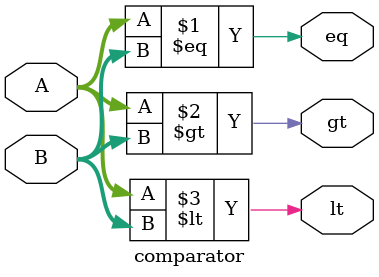
<source format=v>
module comparator #(parameter N = 4) 
(
    input  [N-1:0] A,
    input  [N-1:0] B, 
    output  eq,    
    output  gt,       
    output  lt   
);

    assign eq = (A == B);
    assign gt = (A >  B);
    assign lt = (A <  B);

endmodule

</source>
